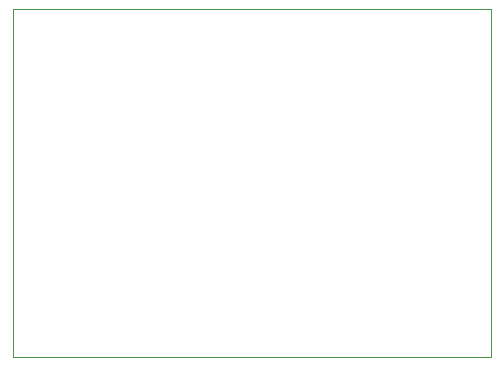
<source format=gm1>
%TF.GenerationSoftware,KiCad,Pcbnew,(6.0.4)*%
%TF.CreationDate,2022-05-23T21:32:27+01:00*%
%TF.ProjectId,nRF24BB,6e524632-3442-4422-9e6b-696361645f70,1.0*%
%TF.SameCoordinates,Original*%
%TF.FileFunction,Profile,NP*%
%FSLAX46Y46*%
G04 Gerber Fmt 4.6, Leading zero omitted, Abs format (unit mm)*
G04 Created by KiCad (PCBNEW (6.0.4)) date 2022-05-23 21:32:27*
%MOMM*%
%LPD*%
G01*
G04 APERTURE LIST*
%TA.AperFunction,Profile*%
%ADD10C,0.100000*%
%TD*%
G04 APERTURE END LIST*
D10*
X130937000Y-77851000D02*
X171424600Y-77851000D01*
X171424600Y-77851000D02*
X171424600Y-107315000D01*
X171424600Y-107315000D02*
X130937000Y-107315000D01*
X130937000Y-107315000D02*
X130937000Y-77851000D01*
M02*

</source>
